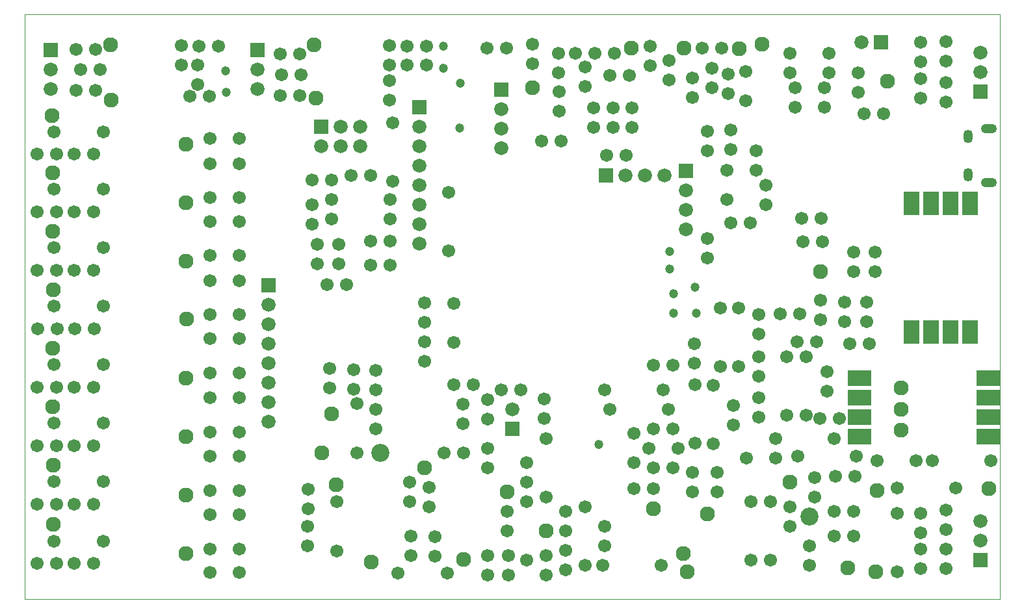
<source format=gbs>
G04 (created by PCBNEW-RS274X (2010-03-14)-final) date Mon 08 Apr 2013 11:15:34 AM EDT*
G01*
G70*
G90*
%MOIN*%
G04 Gerber Fmt 3.4, Leading zero omitted, Abs format*
%FSLAX34Y34*%
G04 APERTURE LIST*
%ADD10C,0.002000*%
%ADD11C,0.001000*%
%ADD12C,0.067000*%
%ADD13R,0.072000X0.072000*%
%ADD14C,0.072000*%
%ADD15C,0.077000*%
%ADD16C,0.092000*%
%ADD17C,0.047000*%
%ADD18R,0.080000X0.120000*%
%ADD19R,0.120000X0.080000*%
%ADD20O,0.049500X0.069200*%
%ADD21O,0.081000X0.047600*%
G04 APERTURE END LIST*
G54D10*
G54D11*
X13760Y-39080D02*
X13760Y-09080D01*
X63760Y-39080D02*
X13760Y-39080D01*
X63760Y-09080D02*
X63760Y-39080D01*
X13760Y-09080D02*
X63760Y-09080D01*
G54D12*
X50976Y-19769D03*
X49976Y-19769D03*
X59484Y-31972D03*
X57484Y-31972D03*
X59700Y-37510D03*
X59700Y-36510D03*
X61000Y-37500D03*
X61000Y-36500D03*
X61000Y-34500D03*
X61000Y-35500D03*
X59700Y-34670D03*
X59700Y-35670D03*
X54010Y-36330D03*
X54010Y-37330D03*
X55260Y-35830D03*
X56260Y-35830D03*
X55260Y-34580D03*
X56260Y-34580D03*
X55340Y-32780D03*
X56340Y-32780D03*
X54898Y-28417D03*
X54898Y-27417D03*
X51401Y-29744D03*
X51401Y-28744D03*
X54358Y-25878D03*
X53358Y-25878D03*
X51398Y-27634D03*
X51398Y-26634D03*
X48760Y-20580D03*
X48760Y-21580D03*
X48120Y-25970D03*
X48120Y-26970D03*
X46010Y-27080D03*
X47010Y-27080D03*
X50090Y-30130D03*
X50090Y-29130D03*
X48010Y-33580D03*
X48010Y-32580D03*
X46010Y-32330D03*
X47010Y-32330D03*
X47010Y-30330D03*
X46010Y-30330D03*
X43510Y-35330D03*
X43510Y-36330D03*
X40510Y-36830D03*
X40510Y-37830D03*
X38560Y-36830D03*
X38560Y-37830D03*
X37510Y-36830D03*
X37510Y-37830D03*
X40410Y-29800D03*
X40410Y-28800D03*
X34272Y-26882D03*
X34272Y-25882D03*
X34272Y-23868D03*
X34272Y-24868D03*
X35776Y-23894D03*
X35776Y-25894D03*
X29510Y-17580D03*
X28510Y-17580D03*
X28510Y-18830D03*
X28510Y-19830D03*
X32510Y-21930D03*
X31510Y-21930D03*
X29860Y-21880D03*
X29860Y-20880D03*
X28760Y-21880D03*
X28760Y-20880D03*
X40260Y-15580D03*
X41260Y-15580D03*
X43760Y-12200D03*
X44760Y-12200D03*
X48010Y-12330D03*
X48010Y-13330D03*
X53620Y-19520D03*
X54620Y-19520D03*
X53680Y-20750D03*
X54680Y-20750D03*
X57820Y-14160D03*
X56820Y-14160D03*
G54D13*
X28970Y-14840D03*
G54D14*
X28970Y-15840D03*
X29970Y-14840D03*
X29970Y-15840D03*
X30970Y-14840D03*
X30970Y-15840D03*
G54D13*
X34010Y-13830D03*
G54D14*
X34010Y-14830D03*
X34010Y-15830D03*
X34010Y-16830D03*
X34010Y-17830D03*
X34010Y-18830D03*
X34010Y-19830D03*
X34010Y-20830D03*
G54D13*
X38210Y-12920D03*
G54D14*
X38210Y-13920D03*
X38210Y-14920D03*
X38210Y-15920D03*
G54D13*
X26268Y-22965D03*
G54D14*
X26268Y-23965D03*
X26268Y-24965D03*
X26268Y-25965D03*
X26268Y-26965D03*
X26268Y-27965D03*
X26268Y-28965D03*
X26268Y-29965D03*
X62760Y-36080D03*
X62760Y-35080D03*
G54D13*
X62760Y-37080D03*
X47680Y-17090D03*
G54D14*
X47680Y-18090D03*
X47680Y-19090D03*
X47680Y-20090D03*
G54D13*
X43560Y-17350D03*
G54D14*
X44560Y-17350D03*
X45560Y-17350D03*
X46560Y-17350D03*
G54D13*
X38760Y-30330D03*
G54D14*
X38760Y-29330D03*
G54D15*
X39795Y-12850D03*
X51582Y-10602D03*
X47524Y-36740D03*
X22048Y-18720D03*
G54D12*
X40510Y-33830D03*
X40510Y-30830D03*
X56420Y-31730D03*
X53420Y-31730D03*
X55260Y-30830D03*
X52260Y-30830D03*
X49070Y-28090D03*
X49070Y-31090D03*
X48140Y-31080D03*
X48140Y-28080D03*
X46760Y-29330D03*
X43760Y-29330D03*
X43510Y-28330D03*
X46510Y-28330D03*
X39190Y-28330D03*
X38190Y-28330D03*
G54D15*
X54563Y-22272D03*
G54D12*
X39510Y-37080D03*
X39510Y-34080D03*
X43420Y-37340D03*
X46420Y-37340D03*
X42510Y-37330D03*
X42510Y-34330D03*
X58500Y-37660D03*
X58500Y-34660D03*
X52010Y-37080D03*
X52010Y-34080D03*
X51010Y-34080D03*
X51010Y-37080D03*
X56510Y-13080D03*
X56510Y-12080D03*
G54D15*
X34260Y-32330D03*
X29510Y-29580D03*
G54D16*
X32010Y-31580D03*
G54D12*
X29400Y-27250D03*
X29400Y-28250D03*
X31760Y-29330D03*
X31760Y-30330D03*
X31760Y-27330D03*
X31760Y-28330D03*
X37510Y-28830D03*
X37510Y-29830D03*
X35510Y-21200D03*
X35510Y-18200D03*
X28260Y-35330D03*
X28260Y-36330D03*
X33510Y-34080D03*
X33510Y-33080D03*
X34510Y-34330D03*
X34510Y-33330D03*
G54D15*
X29750Y-33200D03*
G54D12*
X24768Y-33490D03*
X23268Y-33490D03*
X24758Y-36490D03*
X23258Y-36490D03*
X23268Y-34730D03*
X24768Y-34730D03*
X23274Y-37689D03*
X24774Y-37689D03*
X37510Y-32330D03*
X37510Y-31330D03*
X36260Y-31580D03*
X35260Y-31580D03*
X51760Y-17830D03*
X51760Y-18830D03*
X48760Y-16080D03*
X48760Y-15080D03*
X48520Y-10810D03*
X49520Y-10810D03*
X43010Y-11080D03*
X44010Y-11080D03*
G54D15*
X31530Y-37170D03*
X29010Y-31580D03*
G54D12*
X52260Y-31830D03*
X50760Y-31830D03*
X45760Y-31330D03*
X47260Y-31330D03*
X45010Y-30580D03*
X45010Y-32080D03*
X32510Y-19580D03*
X29510Y-19580D03*
X32510Y-18580D03*
X29510Y-18580D03*
X50730Y-13500D03*
X50730Y-12000D03*
X49760Y-17080D03*
X49760Y-18580D03*
X23258Y-28730D03*
X24758Y-28730D03*
X23258Y-31730D03*
X24758Y-31730D03*
X24758Y-21450D03*
X23258Y-21450D03*
X24758Y-24460D03*
X23258Y-24460D03*
X24758Y-27460D03*
X23258Y-27460D03*
X24758Y-30500D03*
X23258Y-30500D03*
X23258Y-22730D03*
X24758Y-22730D03*
X23258Y-25710D03*
X24758Y-25710D03*
X24758Y-18470D03*
X23258Y-18470D03*
X23258Y-19710D03*
X24758Y-19710D03*
X24758Y-15420D03*
X23258Y-15420D03*
X23258Y-16730D03*
X24758Y-16730D03*
G54D15*
X22048Y-15720D03*
X63220Y-33398D03*
X46010Y-34430D03*
X57420Y-37660D03*
X38510Y-33580D03*
X48780Y-34690D03*
X40510Y-35580D03*
X47748Y-37677D03*
G54D16*
X54010Y-34830D03*
G54D15*
X55980Y-37480D03*
X53010Y-33080D03*
X57461Y-33516D03*
G54D12*
X42010Y-11080D03*
G54D15*
X44880Y-10810D03*
X50400Y-10830D03*
X36280Y-37020D03*
G54D12*
X30510Y-17330D03*
X31510Y-17330D03*
G54D15*
X58020Y-12510D03*
X47560Y-10810D03*
G54D12*
X29260Y-22950D03*
X30260Y-22950D03*
X36760Y-28080D03*
X35760Y-28080D03*
X55547Y-29795D03*
X54547Y-29795D03*
X49010Y-12830D03*
X49010Y-11830D03*
X42510Y-12780D03*
X42510Y-11780D03*
X45850Y-11700D03*
X45850Y-10700D03*
X39510Y-32080D03*
X39510Y-33080D03*
X49260Y-32580D03*
X49260Y-33580D03*
X38510Y-35580D03*
X38510Y-34580D03*
X46010Y-33410D03*
X45010Y-33410D03*
X41510Y-34580D03*
X41510Y-35580D03*
X41510Y-37580D03*
X41510Y-36580D03*
X54260Y-32830D03*
X54260Y-33830D03*
X53010Y-35330D03*
X53010Y-34330D03*
X33580Y-35840D03*
X33580Y-36840D03*
X53010Y-11080D03*
X53010Y-12080D03*
X55010Y-11080D03*
X55010Y-12080D03*
X31500Y-20700D03*
X32500Y-20700D03*
G54D13*
X57680Y-10500D03*
G54D14*
X56680Y-10500D03*
G54D12*
X32650Y-14632D03*
X32650Y-17632D03*
X44610Y-16290D03*
X43610Y-16290D03*
X41160Y-13020D03*
X41160Y-14020D03*
X41150Y-12060D03*
X41150Y-11060D03*
X15388Y-16250D03*
X14388Y-16250D03*
X15388Y-19200D03*
X14388Y-19200D03*
X15388Y-22200D03*
X14388Y-22200D03*
X15438Y-25200D03*
X14438Y-25200D03*
X15388Y-28200D03*
X14388Y-28200D03*
X15388Y-31200D03*
X14388Y-31200D03*
X15388Y-34200D03*
X14388Y-34200D03*
X15388Y-37250D03*
X14388Y-37250D03*
X38468Y-10807D03*
X37468Y-10807D03*
X39799Y-11587D03*
X39799Y-10587D03*
X59700Y-13360D03*
X59700Y-12360D03*
X59690Y-10500D03*
X59690Y-11500D03*
X60990Y-10480D03*
X60990Y-11480D03*
X61000Y-13580D03*
X61000Y-12580D03*
G54D14*
X62760Y-12040D03*
X62760Y-11040D03*
G54D13*
X62760Y-13040D03*
G54D12*
X43930Y-14860D03*
X43930Y-13860D03*
X44910Y-14860D03*
X44910Y-13860D03*
X42930Y-14860D03*
X42930Y-13860D03*
X36240Y-30070D03*
X36240Y-29070D03*
X30650Y-27300D03*
X30650Y-28300D03*
X28320Y-34430D03*
X28320Y-33430D03*
X34790Y-35880D03*
X34790Y-36880D03*
X16288Y-16250D03*
X17288Y-16250D03*
X16288Y-19200D03*
X17288Y-19200D03*
X16338Y-25200D03*
X17338Y-25200D03*
X16288Y-22200D03*
X17288Y-22200D03*
X16288Y-31200D03*
X17288Y-31200D03*
X16288Y-28200D03*
X17288Y-28200D03*
X16288Y-37250D03*
X17288Y-37250D03*
X16288Y-34200D03*
X17288Y-34200D03*
X49960Y-16000D03*
X49960Y-15000D03*
X51260Y-16080D03*
X51260Y-17080D03*
X54760Y-12840D03*
X54760Y-13840D03*
X53260Y-12840D03*
X53260Y-13840D03*
X60295Y-31976D03*
X63295Y-31976D03*
X58488Y-33382D03*
X61488Y-33382D03*
G54D15*
X22048Y-27720D03*
X22048Y-30720D03*
X22048Y-33720D03*
X22048Y-36720D03*
X22058Y-24700D03*
X22048Y-21720D03*
G54D12*
X51390Y-24470D03*
X51390Y-25470D03*
X54580Y-23740D03*
X54580Y-24740D03*
X50370Y-27130D03*
X50370Y-24130D03*
X49450Y-24130D03*
X49450Y-27130D03*
X52500Y-24420D03*
X53500Y-24420D03*
X53831Y-26638D03*
X53831Y-29638D03*
X52838Y-29634D03*
X52838Y-26634D03*
X15263Y-15100D03*
X17813Y-15100D03*
X15263Y-18050D03*
X17813Y-18050D03*
X15263Y-21050D03*
X17813Y-21050D03*
X15263Y-24050D03*
X17813Y-24050D03*
X15263Y-27050D03*
X17813Y-27050D03*
X15263Y-30050D03*
X17813Y-30050D03*
X32895Y-37730D03*
X35445Y-37730D03*
X15263Y-33050D03*
X17813Y-33050D03*
X15263Y-36100D03*
X17813Y-36100D03*
X29760Y-36605D03*
X29760Y-34055D03*
X30800Y-29025D03*
X30800Y-31575D03*
X49840Y-12140D03*
X49840Y-13140D03*
X46810Y-11420D03*
X46810Y-12420D03*
G54D17*
X46838Y-21232D03*
X46842Y-22142D03*
X43200Y-31130D03*
G54D12*
X56272Y-22283D03*
X56272Y-21283D03*
X55807Y-24827D03*
X55807Y-23827D03*
X56925Y-24835D03*
X56925Y-23835D03*
X57386Y-22283D03*
X57386Y-21283D03*
X26941Y-12165D03*
X27941Y-12165D03*
X57063Y-25980D03*
X56063Y-25980D03*
X26862Y-11102D03*
X27862Y-11102D03*
X26882Y-13248D03*
X27882Y-13248D03*
X32480Y-10681D03*
X32480Y-11681D03*
X33378Y-11673D03*
X34378Y-11673D03*
X34378Y-10689D03*
X33378Y-10689D03*
X32480Y-13453D03*
X32480Y-12453D03*
G54D13*
X25709Y-10890D03*
G54D14*
X25709Y-11890D03*
X25709Y-12890D03*
G54D15*
X15228Y-35240D03*
X15228Y-32213D03*
X15197Y-29213D03*
X15197Y-26213D03*
X15244Y-23213D03*
X15213Y-20209D03*
X15213Y-17209D03*
X15173Y-14268D03*
G54D17*
X35236Y-10689D03*
X35236Y-11831D03*
G54D12*
X16646Y-11909D03*
X17646Y-11909D03*
X23713Y-10709D03*
X22713Y-10709D03*
X23244Y-13268D03*
X22244Y-13268D03*
X21791Y-10661D03*
X21791Y-11661D03*
X22630Y-11673D03*
X22630Y-12673D03*
X16390Y-10866D03*
X17390Y-10866D03*
X17390Y-12972D03*
X16390Y-12972D03*
G54D13*
X15118Y-10909D03*
G54D14*
X15118Y-11909D03*
X15118Y-12909D03*
G54D15*
X18177Y-10646D03*
X18220Y-13476D03*
X28602Y-10650D03*
X28720Y-13366D03*
G54D17*
X24071Y-11953D03*
X24091Y-13079D03*
G54D15*
X58701Y-30413D03*
X58701Y-29331D03*
X58701Y-28228D03*
G54D17*
X47050Y-23400D03*
X47050Y-24400D03*
X48150Y-23070D03*
X48210Y-24410D03*
X36100Y-12600D03*
X36080Y-14900D03*
G54D18*
X62252Y-25355D03*
X61252Y-25355D03*
X60252Y-25355D03*
X59252Y-25355D03*
X59252Y-18755D03*
X60252Y-18755D03*
X61252Y-18755D03*
X62252Y-18755D03*
G54D19*
X56574Y-30728D03*
X56574Y-29728D03*
X56574Y-28728D03*
X56574Y-27728D03*
X63174Y-27728D03*
X63174Y-28728D03*
X63174Y-29728D03*
X63174Y-30728D03*
G54D20*
X62126Y-17299D03*
X62126Y-15331D03*
G54D21*
X63189Y-17693D03*
X63189Y-14937D03*
M02*

</source>
